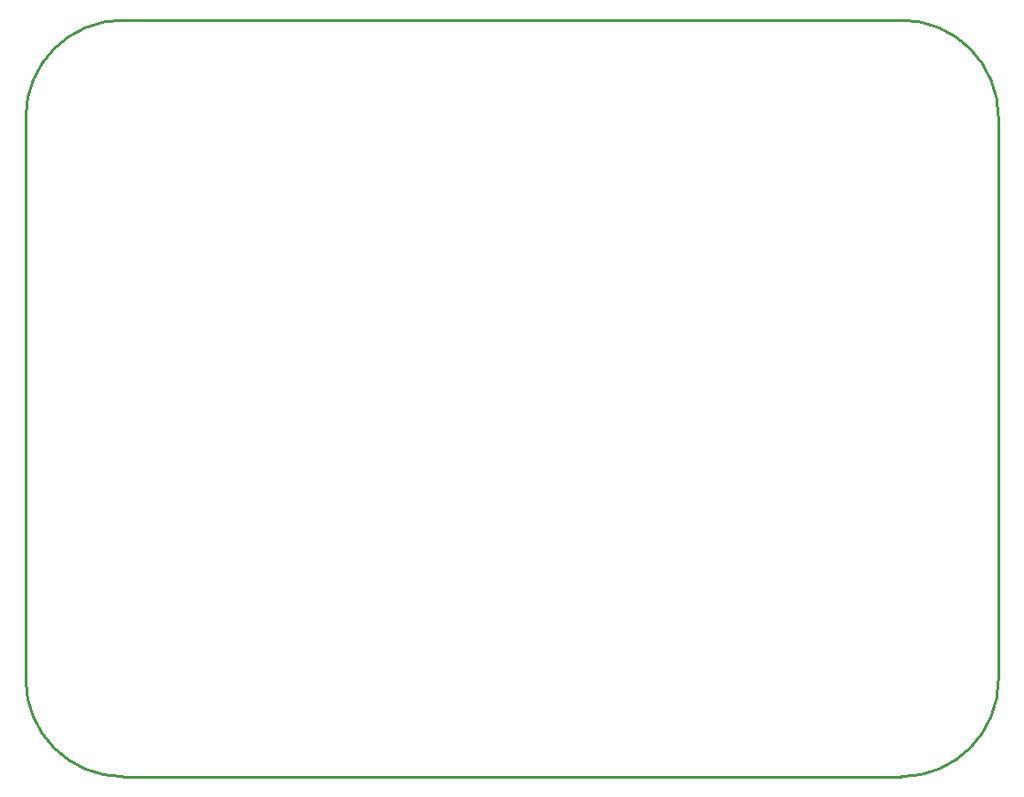
<source format=gko>
G04 Layer: BoardOutlineLayer*
G04 EasyEDA v6.5.47, 2024-09-23 10:33:38*
G04 d3944284b6e04abc8746af3109f317fc,455023a0ac88494abd61f565c8365122,10*
G04 Gerber Generator version 0.2*
G04 Scale: 100 percent, Rotated: No, Reflected: No *
G04 Dimensions in millimeters *
G04 leading zeros omitted , absolute positions ,4 integer and 5 decimal *
%FSLAX45Y45*%
%MOMM*%

%ADD10C,0.2540*%
D10*
X699998Y4799990D02*
G01*
X699998Y9999979D01*
X8799982Y3899992D02*
G01*
X1599996Y3899992D01*
X9699980Y9999979D02*
G01*
X9699980Y4799990D01*
X1599996Y10899978D02*
G01*
X8799982Y10899978D01*
G75*
G01*
X8799982Y10899978D02*
G02*
X9699981Y9999980I0J-899998D01*
G75*
G01*
X9699981Y4799990D02*
G02*
X8799982Y3899992I-899999J0D01*
G75*
G01*
X1599997Y3899992D02*
G02*
X699999Y4799990I0J899998D01*
G75*
G01*
X699999Y9999980D02*
G02*
X1599997Y10899978I899998J0D01*

%LPD*%
M02*

</source>
